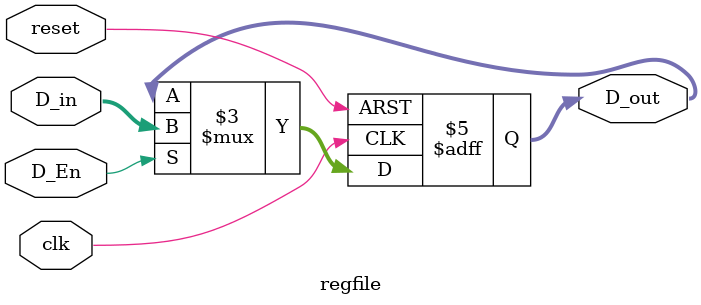
<source format=v>
`timescale 1ns / 1ps
module regfile(clk, reset, D_En, D_in, D_out);
	input             clk, reset, D_En;
	input      [31:0] D_in;
	output reg [31:0] D_out;
	
	// is reset is high D_out is zero
	// else if D_En is high D_out takes 
	// the value of D_in else D_out de-
	// faults to D_out
	always@(posedge clk or posedge reset) begin
		if (reset)
			D_out = 32'h0;
		else if (D_En)
			D_out = D_in;
		else
			D_out = D_out;
	end
endmodule

</source>
